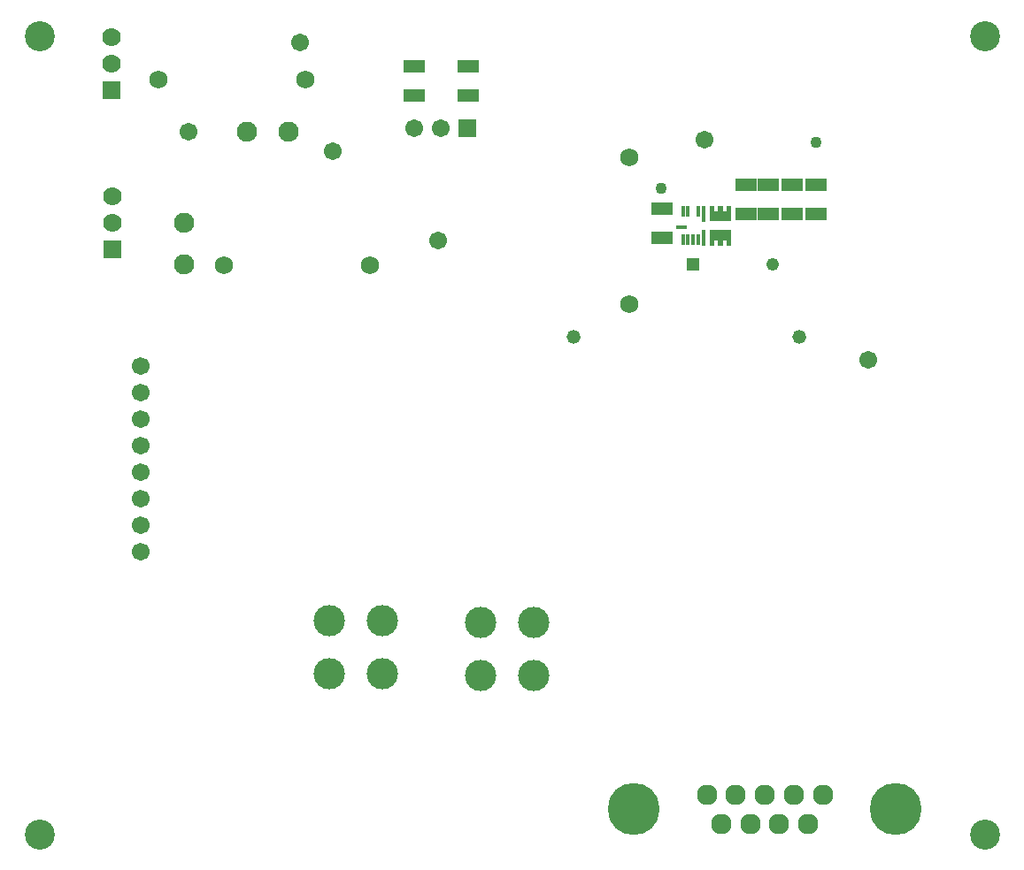
<source format=gts>
G04*
G04 #@! TF.GenerationSoftware,Altium Limited,Altium Designer,21.7.2 (23)*
G04*
G04 Layer_Color=8388736*
%FSLAX25Y25*%
%MOIN*%
G70*
G04*
G04 #@! TF.SameCoordinates,983130B8-92BF-46AA-B9C2-0BED91E800B6*
G04*
G04*
G04 #@! TF.FilePolarity,Negative*
G04*
G01*
G75*
%ADD20R,0.07965X0.04934*%
%ADD21R,0.04343X0.01784*%
%ADD22R,0.01784X0.05918*%
%ADD23R,0.01784X0.04343*%
%ADD24C,0.06706*%
%ADD25C,0.07599*%
%ADD26C,0.05200*%
%ADD27R,0.04900X0.04900*%
%ADD28C,0.04900*%
%ADD29C,0.06800*%
%ADD30C,0.06700*%
%ADD31R,0.06737X0.06737*%
%ADD32C,0.06737*%
%ADD33R,0.07001X0.07001*%
%ADD34C,0.07001*%
%ADD35C,0.11800*%
%ADD36C,0.07709*%
%ADD37C,0.19580*%
%ADD38C,0.11300*%
%ADD39C,0.04300*%
G36*
X272547Y239925D02*
Y234020D01*
X270776D01*
Y235988D01*
X269398D01*
Y234020D01*
X267626D01*
Y235988D01*
X266248D01*
Y234020D01*
X264476D01*
Y239925D01*
X272547D01*
D02*
G37*
G36*
X266248Y248980D02*
Y247012D01*
X267626D01*
Y248980D01*
X269398D01*
Y247012D01*
X270776D01*
Y248980D01*
X272547D01*
Y243075D01*
X264476D01*
Y248980D01*
X266248D01*
D02*
G37*
D20*
X295500Y256972D02*
D03*
Y246028D02*
D03*
X246500Y247972D02*
D03*
Y237028D02*
D03*
X278000Y246028D02*
D03*
Y256972D02*
D03*
X173500Y290528D02*
D03*
Y301472D02*
D03*
X153000Y290528D02*
D03*
Y301472D02*
D03*
X286500Y246028D02*
D03*
Y256972D02*
D03*
X304500Y246028D02*
D03*
Y256972D02*
D03*
D21*
X253748Y240811D02*
D03*
D22*
X262213Y246028D02*
D03*
Y236972D02*
D03*
D23*
X260244Y246815D02*
D03*
X256307D02*
D03*
X254339D02*
D03*
X260244Y236185D02*
D03*
X258276D02*
D03*
X256307D02*
D03*
X254339D02*
D03*
D24*
X262500Y274000D02*
D03*
X324000Y191000D02*
D03*
X122500Y269500D02*
D03*
X110000Y310500D02*
D03*
X68000Y277000D02*
D03*
X162000Y236000D02*
D03*
D25*
X105874Y277000D02*
D03*
X90126D02*
D03*
X66500Y242500D02*
D03*
Y226752D02*
D03*
D26*
X213000Y199500D02*
D03*
X298000D02*
D03*
D27*
X258000Y227000D02*
D03*
D28*
X288000D02*
D03*
D29*
X81441Y226500D02*
D03*
X136559D02*
D03*
X56941Y296500D02*
D03*
X112059D02*
D03*
X234000Y267059D02*
D03*
Y211941D02*
D03*
D30*
X50000Y118500D02*
D03*
Y128500D02*
D03*
Y138500D02*
D03*
Y148500D02*
D03*
Y158500D02*
D03*
Y168500D02*
D03*
Y178500D02*
D03*
Y188500D02*
D03*
D31*
X173000Y278299D02*
D03*
D32*
X163000D02*
D03*
X153000D02*
D03*
D33*
X39500Y232500D02*
D03*
X39000Y292500D02*
D03*
D34*
X39500Y242500D02*
D03*
Y252500D02*
D03*
X39000Y302500D02*
D03*
Y312500D02*
D03*
D35*
X141000Y72500D02*
D03*
X121000D02*
D03*
X141000Y92500D02*
D03*
X121000D02*
D03*
X198000Y72000D02*
D03*
X178000D02*
D03*
X198000Y92000D02*
D03*
X178000D02*
D03*
D36*
X307000Y27000D02*
D03*
X296094D02*
D03*
X285189D02*
D03*
X274284D02*
D03*
X263378D02*
D03*
X301547Y15819D02*
D03*
X290642D02*
D03*
X279736D02*
D03*
X268831D02*
D03*
D37*
X235976Y21409D02*
D03*
X334402D02*
D03*
D38*
X12000Y313000D02*
D03*
X368000Y12000D02*
D03*
Y313000D02*
D03*
X12000Y12000D02*
D03*
D39*
X304500Y273000D02*
D03*
X246000Y255500D02*
D03*
M02*

</source>
